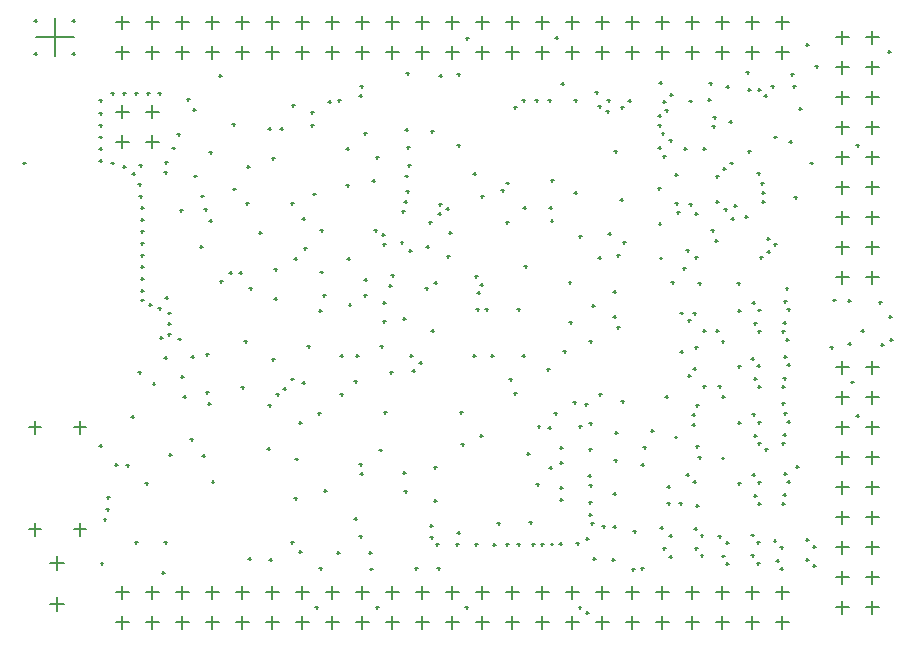
<source format=gbr>
%TF.GenerationSoftware,Altium Limited,Altium Designer,23.9.2 (47)*%
G04 Layer_Color=128*
%FSLAX45Y45*%
%MOMM*%
%TF.SameCoordinates,F1AFF133-CB08-443C-B5AD-2193434A7FAF*%
%TF.FilePolarity,Positive*%
%TF.FileFunction,Drillmap*%
%TF.Part,Single*%
G01*
G75*
%TA.AperFunction,NonConductor*%
%ADD675C,0.12700*%
D675*
X8327000Y317500D02*
X8437000D01*
X8382000Y262500D02*
Y372500D01*
X8327000Y571500D02*
X8437000D01*
X8382000Y516500D02*
Y626500D01*
X8073000Y317500D02*
X8183000D01*
X8128000Y262500D02*
Y372500D01*
X8073000Y571500D02*
X8183000D01*
X8128000Y516500D02*
Y626500D01*
X8327000Y825500D02*
X8437000D01*
X8382000Y770500D02*
Y880500D01*
X8327000Y1079500D02*
X8437000D01*
X8382000Y1024500D02*
Y1134500D01*
X8327000Y1333500D02*
X8437000D01*
X8382000Y1278500D02*
Y1388500D01*
X8327000Y1587500D02*
X8437000D01*
X8382000Y1532500D02*
Y1642500D01*
X8327000Y1841500D02*
X8437000D01*
X8382000Y1786500D02*
Y1896500D01*
X8327000Y2095500D02*
X8437000D01*
X8382000Y2040500D02*
Y2150500D01*
X8327000Y2349500D02*
X8437000D01*
X8382000Y2294500D02*
Y2404500D01*
X8073000Y825500D02*
X8183000D01*
X8128000Y770500D02*
Y880500D01*
X8073000Y1079500D02*
X8183000D01*
X8128000Y1024500D02*
Y1134500D01*
X8073000Y1333500D02*
X8183000D01*
X8128000Y1278500D02*
Y1388500D01*
X8073000Y1587500D02*
X8183000D01*
X8128000Y1532500D02*
Y1642500D01*
X8073000Y1841500D02*
X8183000D01*
X8128000Y1786500D02*
Y1896500D01*
X8073000Y2095500D02*
X8183000D01*
X8128000Y2040500D02*
Y2150500D01*
X8073000Y2349500D02*
X8183000D01*
X8128000Y2294500D02*
Y2404500D01*
X8327000Y3111500D02*
X8437000D01*
X8382000Y3056500D02*
Y3166500D01*
X8327000Y3365500D02*
X8437000D01*
X8382000Y3310500D02*
Y3420500D01*
X8073000Y3111500D02*
X8183000D01*
X8128000Y3056500D02*
Y3166500D01*
X8073000Y3365500D02*
X8183000D01*
X8128000Y3310500D02*
Y3420500D01*
X8327000Y3619500D02*
X8437000D01*
X8382000Y3564500D02*
Y3674500D01*
X8327000Y3873500D02*
X8437000D01*
X8382000Y3818500D02*
Y3928500D01*
X8327000Y4127500D02*
X8437000D01*
X8382000Y4072500D02*
Y4182500D01*
X8327000Y4381500D02*
X8437000D01*
X8382000Y4326500D02*
Y4436500D01*
X8327000Y4635500D02*
X8437000D01*
X8382000Y4580500D02*
Y4690500D01*
X8327000Y4889500D02*
X8437000D01*
X8382000Y4834500D02*
Y4944500D01*
X8327000Y5143500D02*
X8437000D01*
X8382000Y5088500D02*
Y5198500D01*
X8073000Y3619500D02*
X8183000D01*
X8128000Y3564500D02*
Y3674500D01*
X8073000Y3873500D02*
X8183000D01*
X8128000Y3818500D02*
Y3928500D01*
X8073000Y4127500D02*
X8183000D01*
X8128000Y4072500D02*
Y4182500D01*
X8073000Y4381500D02*
X8183000D01*
X8128000Y4326500D02*
Y4436500D01*
X8073000Y4635500D02*
X8183000D01*
X8128000Y4580500D02*
Y4690500D01*
X8073000Y4889500D02*
X8183000D01*
X8128000Y4834500D02*
Y4944500D01*
X8073000Y5143500D02*
X8183000D01*
X8128000Y5088500D02*
Y5198500D01*
X1977000Y190500D02*
X2087000D01*
X2032000Y135500D02*
Y245500D01*
X2231000Y190500D02*
X2341000D01*
X2286000Y135500D02*
Y245500D01*
X2485000Y190500D02*
X2595000D01*
X2540000Y135500D02*
Y245500D01*
X2739000Y190500D02*
X2849000D01*
X2794000Y135500D02*
Y245500D01*
X2993000Y190500D02*
X3103000D01*
X3048000Y135500D02*
Y245500D01*
X3247000Y190500D02*
X3357000D01*
X3302000Y135500D02*
Y245500D01*
X3501000Y190500D02*
X3611000D01*
X3556000Y135500D02*
Y245500D01*
X3755000Y190500D02*
X3865000D01*
X3810000Y135500D02*
Y245500D01*
X4009000Y190500D02*
X4119000D01*
X4064000Y135500D02*
Y245500D01*
X4263000Y190500D02*
X4373000D01*
X4318000Y135500D02*
Y245500D01*
X4517000Y190500D02*
X4627000D01*
X4572000Y135500D02*
Y245500D01*
X4771000Y190500D02*
X4881000D01*
X4826000Y135500D02*
Y245500D01*
X5025000Y190500D02*
X5135000D01*
X5080000Y135500D02*
Y245500D01*
X5279000Y190500D02*
X5389000D01*
X5334000Y135500D02*
Y245500D01*
X5533000Y190500D02*
X5643000D01*
X5588000Y135500D02*
Y245500D01*
X5787000Y190500D02*
X5897000D01*
X5842000Y135500D02*
Y245500D01*
X6041000Y190500D02*
X6151000D01*
X6096000Y135500D02*
Y245500D01*
X6295000Y190500D02*
X6405000D01*
X6350000Y135500D02*
Y245500D01*
X6549000Y190500D02*
X6659000D01*
X6604000Y135500D02*
Y245500D01*
X6803000Y190500D02*
X6913000D01*
X6858000Y135500D02*
Y245500D01*
X7057000Y190500D02*
X7167000D01*
X7112000Y135500D02*
Y245500D01*
X7311000Y190500D02*
X7421000D01*
X7366000Y135500D02*
Y245500D01*
X7565000Y190500D02*
X7675000D01*
X7620000Y135500D02*
Y245500D01*
X1977000Y444500D02*
X2087000D01*
X2032000Y389500D02*
Y499500D01*
X2231000Y444500D02*
X2341000D01*
X2286000Y389500D02*
Y499500D01*
X2485000Y444500D02*
X2595000D01*
X2540000Y389500D02*
Y499500D01*
X2739000Y444500D02*
X2849000D01*
X2794000Y389500D02*
Y499500D01*
X2993000Y444500D02*
X3103000D01*
X3048000Y389500D02*
Y499500D01*
X3247000Y444500D02*
X3357000D01*
X3302000Y389500D02*
Y499500D01*
X3501000Y444500D02*
X3611000D01*
X3556000Y389500D02*
Y499500D01*
X3755000Y444500D02*
X3865000D01*
X3810000Y389500D02*
Y499500D01*
X4009000Y444500D02*
X4119000D01*
X4064000Y389500D02*
Y499500D01*
X4263000Y444500D02*
X4373000D01*
X4318000Y389500D02*
Y499500D01*
X4517000Y444500D02*
X4627000D01*
X4572000Y389500D02*
Y499500D01*
X4771000Y444500D02*
X4881000D01*
X4826000Y389500D02*
Y499500D01*
X5025000Y444500D02*
X5135000D01*
X5080000Y389500D02*
Y499500D01*
X5279000Y444500D02*
X5389000D01*
X5334000Y389500D02*
Y499500D01*
X5533000Y444500D02*
X5643000D01*
X5588000Y389500D02*
Y499500D01*
X5787000Y444500D02*
X5897000D01*
X5842000Y389500D02*
Y499500D01*
X6041000Y444500D02*
X6151000D01*
X6096000Y389500D02*
Y499500D01*
X6295000Y444500D02*
X6405000D01*
X6350000Y389500D02*
Y499500D01*
X6549000Y444500D02*
X6659000D01*
X6604000Y389500D02*
Y499500D01*
X6803000Y444500D02*
X6913000D01*
X6858000Y389500D02*
Y499500D01*
X7057000Y444500D02*
X7167000D01*
X7112000Y389500D02*
Y499500D01*
X7311000Y444500D02*
X7421000D01*
X7366000Y389500D02*
Y499500D01*
X7565000Y444500D02*
X7675000D01*
X7620000Y389500D02*
Y499500D01*
X1977000Y5016500D02*
X2087000D01*
X2032000Y4961500D02*
Y5071500D01*
X2231000Y5016500D02*
X2341000D01*
X2286000Y4961500D02*
Y5071500D01*
X2485000Y5016500D02*
X2595000D01*
X2540000Y4961500D02*
Y5071500D01*
X2739000Y5016500D02*
X2849000D01*
X2794000Y4961500D02*
Y5071500D01*
X2993000Y5016500D02*
X3103000D01*
X3048000Y4961500D02*
Y5071500D01*
X3247000Y5016500D02*
X3357000D01*
X3302000Y4961500D02*
Y5071500D01*
X3501000Y5016500D02*
X3611000D01*
X3556000Y4961500D02*
Y5071500D01*
X3755000Y5016500D02*
X3865000D01*
X3810000Y4961500D02*
Y5071500D01*
X4009000Y5016500D02*
X4119000D01*
X4064000Y4961500D02*
Y5071500D01*
X4263000Y5016500D02*
X4373000D01*
X4318000Y4961500D02*
Y5071500D01*
X4517000Y5016500D02*
X4627000D01*
X4572000Y4961500D02*
Y5071500D01*
X4771000Y5016500D02*
X4881000D01*
X4826000Y4961500D02*
Y5071500D01*
X5025000Y5016500D02*
X5135000D01*
X5080000Y4961500D02*
Y5071500D01*
X5279000Y5016500D02*
X5389000D01*
X5334000Y4961500D02*
Y5071500D01*
X5533000Y5016500D02*
X5643000D01*
X5588000Y4961500D02*
Y5071500D01*
X5787000Y5016500D02*
X5897000D01*
X5842000Y4961500D02*
Y5071500D01*
X6041000Y5016500D02*
X6151000D01*
X6096000Y4961500D02*
Y5071500D01*
X6295000Y5016500D02*
X6405000D01*
X6350000Y4961500D02*
Y5071500D01*
X6549000Y5016500D02*
X6659000D01*
X6604000Y4961500D02*
Y5071500D01*
X6803000Y5016500D02*
X6913000D01*
X6858000Y4961500D02*
Y5071500D01*
X7057000Y5016500D02*
X7167000D01*
X7112000Y4961500D02*
Y5071500D01*
X7311000Y5016500D02*
X7421000D01*
X7366000Y4961500D02*
Y5071500D01*
X7565000Y5016500D02*
X7675000D01*
X7620000Y4961500D02*
Y5071500D01*
X1977000Y5270500D02*
X2087000D01*
X2032000Y5215500D02*
Y5325500D01*
X2231000Y5270500D02*
X2341000D01*
X2286000Y5215500D02*
Y5325500D01*
X2485000Y5270500D02*
X2595000D01*
X2540000Y5215500D02*
Y5325500D01*
X2739000Y5270500D02*
X2849000D01*
X2794000Y5215500D02*
Y5325500D01*
X2993000Y5270500D02*
X3103000D01*
X3048000Y5215500D02*
Y5325500D01*
X3247000Y5270500D02*
X3357000D01*
X3302000Y5215500D02*
Y5325500D01*
X3501000Y5270500D02*
X3611000D01*
X3556000Y5215500D02*
Y5325500D01*
X3755000Y5270500D02*
X3865000D01*
X3810000Y5215500D02*
Y5325500D01*
X4009000Y5270500D02*
X4119000D01*
X4064000Y5215500D02*
Y5325500D01*
X4263000Y5270500D02*
X4373000D01*
X4318000Y5215500D02*
Y5325500D01*
X4517000Y5270500D02*
X4627000D01*
X4572000Y5215500D02*
Y5325500D01*
X4771000Y5270500D02*
X4881000D01*
X4826000Y5215500D02*
Y5325500D01*
X5025000Y5270500D02*
X5135000D01*
X5080000Y5215500D02*
Y5325500D01*
X5279000Y5270500D02*
X5389000D01*
X5334000Y5215500D02*
Y5325500D01*
X5533000Y5270500D02*
X5643000D01*
X5588000Y5215500D02*
Y5325500D01*
X5787000Y5270500D02*
X5897000D01*
X5842000Y5215500D02*
Y5325500D01*
X6041000Y5270500D02*
X6151000D01*
X6096000Y5215500D02*
Y5325500D01*
X6295000Y5270500D02*
X6405000D01*
X6350000Y5215500D02*
Y5325500D01*
X6549000Y5270500D02*
X6659000D01*
X6604000Y5215500D02*
Y5325500D01*
X6803000Y5270500D02*
X6913000D01*
X6858000Y5215500D02*
Y5325500D01*
X7057000Y5270500D02*
X7167000D01*
X7112000Y5215500D02*
Y5325500D01*
X7311000Y5270500D02*
X7421000D01*
X7366000Y5215500D02*
Y5325500D01*
X7565000Y5270500D02*
X7675000D01*
X7620000Y5215500D02*
Y5325500D01*
X2231000Y4512400D02*
X2341000D01*
X2286000Y4457400D02*
Y4567400D01*
X2231000Y4258400D02*
X2341000D01*
X2286000Y4203400D02*
Y4313400D01*
X1977000Y4512400D02*
X2087000D01*
X2032000Y4457400D02*
Y4567400D01*
X1977000Y4258400D02*
X2087000D01*
X2032000Y4203400D02*
Y4313400D01*
X1619500Y978000D02*
X1724500D01*
X1672000Y925500D02*
Y1030500D01*
X1239500Y978000D02*
X1344500D01*
X1292000Y925500D02*
Y1030500D01*
X1619500Y1842000D02*
X1724500D01*
X1672000Y1789500D02*
Y1894500D01*
X1239500Y1842000D02*
X1344500D01*
X1292000Y1789500D02*
Y1894500D01*
X1300500Y5143500D02*
X1620500D01*
X1460500Y4983500D02*
Y5303500D01*
X1420000Y345000D02*
X1540000D01*
X1480000Y285000D02*
Y405000D01*
X1420000Y695000D02*
X1540000D01*
X1480000Y635000D02*
Y755000D01*
X6832499Y4605000D02*
X6857499D01*
X6844999Y4592500D02*
Y4617500D01*
X3487500Y1240000D02*
X3512500D01*
X3500000Y1227500D02*
Y1252500D01*
X4667500Y1220000D02*
X4692500D01*
X4680000Y1207500D02*
Y1232500D01*
X2337500Y2850000D02*
X2362500D01*
X2350000Y2837500D02*
Y2862500D01*
X2507500Y2590000D02*
X2532500D01*
X2520000Y2577500D02*
Y2602500D01*
X2417500Y2630000D02*
X2442500D01*
X2430000Y2617500D02*
Y2642500D01*
X2417500Y2720000D02*
X2442500D01*
X2430000Y2707500D02*
Y2732500D01*
X2397500Y2940000D02*
X2422500D01*
X2410000Y2927500D02*
Y2952500D01*
X6187500Y2990000D02*
X6212500D01*
X6200000Y2977500D02*
Y3002500D01*
X6187500Y2780000D02*
X6212500D01*
X6200000Y2767500D02*
Y2792500D01*
X5897500Y3460000D02*
X5922500D01*
X5910000Y3447500D02*
Y3472500D01*
X6217500Y3300000D02*
X6242500D01*
X6230000Y3287500D02*
Y3312500D01*
X6007500Y2870000D02*
X6032500D01*
X6020000Y2857500D02*
Y2882500D01*
X5817500Y2730000D02*
X5842500D01*
X5830000Y2717500D02*
Y2742500D01*
X6062915Y3277763D02*
X6087915D01*
X6075415Y3265263D02*
Y3290263D01*
X5857500Y3830000D02*
X5882500D01*
X5870000Y3817500D02*
Y3842500D01*
X6247500Y3770000D02*
X6272500D01*
X6260000Y3757500D02*
Y3782500D01*
X6607500Y4135000D02*
X6632500D01*
X6620000Y4122500D02*
Y4147500D01*
X6786617Y4199151D02*
X6811617D01*
X6799117Y4186651D02*
Y4211650D01*
X5277500Y3580000D02*
X5302500D01*
X5290000Y3567500D02*
Y3592500D01*
X5657500Y3590000D02*
X5682500D01*
X5670000Y3577500D02*
Y3602500D01*
X5647500Y3700000D02*
X5672500D01*
X5660000Y3687500D02*
Y3712500D01*
X6147500Y3480000D02*
X6172500D01*
X6160000Y3467500D02*
Y3492500D01*
X5660000Y3935000D02*
X5685000D01*
X5672500Y3922500D02*
Y3947500D01*
X5427500Y3700000D02*
X5452500D01*
X5440000Y3687500D02*
Y3712500D01*
X5239833Y3849767D02*
X5264833D01*
X5252333Y3837267D02*
Y3862267D01*
X5067500Y3800000D02*
X5092500D01*
X5080000Y3787500D02*
Y3812500D01*
X5537500Y1360000D02*
X5562500D01*
X5550000Y1347500D02*
Y1372500D01*
X3317500Y3180000D02*
X3342500D01*
X3330000Y3167500D02*
Y3192500D01*
X3187500Y3490000D02*
X3212500D01*
X3200000Y3477500D02*
Y3502500D01*
X3020678Y3151706D02*
X3045678D01*
X3033178Y3139206D02*
Y3164206D01*
X6197500Y4180000D02*
X6222500D01*
X6210000Y4167500D02*
Y4192500D01*
X1288000Y5283500D02*
X1313000D01*
X1300500Y5271000D02*
Y5296000D01*
X1288000Y5003500D02*
X1313000D01*
X1300500Y4991000D02*
Y5016000D01*
X1608000Y5003500D02*
X1633000D01*
X1620500Y4991000D02*
Y5016000D01*
X1608000Y5283500D02*
X1633000D01*
X1620500Y5271000D02*
Y5296000D01*
X3457500Y870000D02*
X3482500D01*
X3470000Y857500D02*
Y882500D01*
X3737932Y1306337D02*
X3762932D01*
X3750432Y1293837D02*
Y1318837D01*
X6856514Y1862609D02*
X6881514D01*
X6869014Y1850110D02*
Y1875109D01*
X6505297Y1814703D02*
X6530297D01*
X6517797Y1802203D02*
Y1827203D01*
X6187366Y1000972D02*
X6212366D01*
X6199866Y988472D02*
Y1013472D01*
X6096603Y1006144D02*
X6121603D01*
X6109103Y993644D02*
Y1018643D01*
X6067500Y2120000D02*
X6092500D01*
X6080000Y2107500D02*
Y2132500D01*
X6425796Y1525486D02*
X6450795D01*
X6438295Y1512986D02*
Y1537985D01*
X5897500Y1850000D02*
X5922500D01*
X5910000Y1837500D02*
Y1862500D01*
X5547500Y1850000D02*
X5572500D01*
X5560000Y1837500D02*
Y1862500D01*
X5637500Y1840000D02*
X5662500D01*
X5650000Y1827500D02*
Y1852500D01*
X6017500Y730000D02*
X6042500D01*
X6030000Y717500D02*
Y742500D01*
X6177500Y722500D02*
X6202500D01*
X6190000Y710000D02*
Y735000D01*
X5978147Y1431763D02*
X6003147D01*
X5990647Y1419263D02*
Y1444263D01*
X5986267Y1352460D02*
X6011267D01*
X5998767Y1339960D02*
Y1364959D01*
X6256105Y2061571D02*
X6281105D01*
X6268605Y2049072D02*
Y2074071D01*
X6200890Y1796625D02*
X6225890D01*
X6213390Y1784125D02*
Y1809124D01*
X5982191Y1205648D02*
X6007191D01*
X5994691Y1193148D02*
Y1218148D01*
X5982500Y1655430D02*
X6007500D01*
X5995000Y1642930D02*
Y1667929D01*
X5957500Y900000D02*
X5982500D01*
X5970000Y887500D02*
Y912500D01*
X5997518Y1029913D02*
X6022517D01*
X6010017Y1017413D02*
Y1042413D01*
X5982478Y1103390D02*
X6007478D01*
X5994978Y1090890D02*
Y1115890D01*
X6189045Y1278754D02*
X6214044D01*
X6201545Y1266255D02*
Y1291254D01*
X6357500Y960000D02*
X6382500D01*
X6370000Y947500D02*
Y972500D01*
X5955133Y272699D02*
X5980133D01*
X5967633Y260199D02*
Y285199D01*
X5894940Y317440D02*
X5919939D01*
X5907440Y304940D02*
Y329939D01*
X6422885Y647909D02*
X6447885D01*
X6435385Y635409D02*
Y660409D01*
X6347500Y640000D02*
X6372500D01*
X6360000Y627500D02*
Y652500D01*
X5877500Y859213D02*
X5902500D01*
X5890000Y846714D02*
Y871713D01*
X6195614Y1563868D02*
X6220614D01*
X6208114Y1551368D02*
Y1576367D01*
X5985675Y1875000D02*
X6010674D01*
X5998174Y1862500D02*
Y1887500D01*
X5732500Y855000D02*
X5757500D01*
X5745000Y842500D02*
Y867499D01*
X5657506Y854056D02*
X5682506D01*
X5670006Y841557D02*
Y866556D01*
X5478677Y1038661D02*
X5503677D01*
X5491177Y1026161D02*
Y1051161D01*
X5577202Y850942D02*
X5602202D01*
X5589702Y838443D02*
Y863442D01*
X5497020Y852861D02*
X5522020D01*
X5509520Y840361D02*
Y865361D01*
X5377500Y850000D02*
X5402500D01*
X5390000Y837500D02*
Y862500D01*
X5207500Y1030000D02*
X5232500D01*
X5220000Y1017500D02*
Y1042500D01*
X5166839Y848294D02*
X5191838D01*
X5179338Y835795D02*
Y860794D01*
X5852080Y2053954D02*
X5877080D01*
X5864580Y2041455D02*
Y2066454D01*
X5947500Y2038584D02*
X5972500D01*
X5960000Y2026084D02*
Y2051084D01*
X7107500Y2100000D02*
X7132500D01*
X7120000Y2087500D02*
Y2112500D01*
X7077500Y2190000D02*
X7102500D01*
X7090000Y2177500D02*
Y2202500D01*
X6947500Y2190000D02*
X6972500D01*
X6960000Y2177500D02*
Y2202500D01*
X6947500Y2660000D02*
X6972500D01*
X6960000Y2647500D02*
Y2672500D01*
X7057500Y2660000D02*
X7082500D01*
X7070000Y2647500D02*
Y2672500D01*
X6907500Y3060000D02*
X6932500D01*
X6920000Y3047500D02*
Y3072500D01*
X3857500Y4612500D02*
X3882500D01*
X3870000Y4600000D02*
Y4625000D01*
X4427500Y4360000D02*
X4452500D01*
X4440000Y4347500D02*
Y4372500D01*
X4670247Y1503402D02*
X4695247D01*
X4682747Y1490903D02*
Y1515902D01*
X7366277Y2898539D02*
X7391277D01*
X7378777Y2886039D02*
Y2911039D01*
X7367569Y1441414D02*
X7392569D01*
X7380069Y1428915D02*
Y1453914D01*
X7364672Y1951459D02*
X7389672D01*
X7377172Y1938960D02*
Y1963959D01*
X7411890Y1885414D02*
X7436890D01*
X7424390Y1872914D02*
Y1897913D01*
X6060313Y4562155D02*
X6085313D01*
X6072813Y4549655D02*
Y4574655D01*
X6129904Y4518397D02*
X6154903D01*
X6142404Y4505898D02*
Y4530897D01*
X6037500Y4680000D02*
X6062500D01*
X6050000Y4667500D02*
Y4692500D01*
X6577500Y4757500D02*
X6602500D01*
X6590000Y4745000D02*
Y4770000D01*
X6647500Y1200000D02*
X6672500D01*
X6660000Y1187500D02*
Y1212500D01*
X6647500Y1340000D02*
X6672500D01*
X6660000Y1327500D02*
Y1352500D01*
X5690823Y1959998D02*
X5715822D01*
X5703323Y1947498D02*
Y1972498D01*
X6708882Y3978618D02*
X6733882D01*
X6721382Y3966118D02*
Y3991117D01*
X6563980Y3867338D02*
X6588980D01*
X6576480Y3854838D02*
Y3879838D01*
X6571988Y3564515D02*
X6596988D01*
X6584488Y3552015D02*
Y3577015D01*
X6887500Y1180000D02*
X6912500D01*
X6900000Y1167500D02*
Y1192500D01*
X7631469Y1449224D02*
X7656468D01*
X7643968Y1436724D02*
Y1461724D01*
X7613705Y2047500D02*
X7638705D01*
X7626205Y2035000D02*
Y2060000D01*
X7616393Y2185388D02*
X7641393D01*
X7628893Y2172888D02*
Y2197887D01*
X7650779Y2583984D02*
X7675778D01*
X7663279Y2571484D02*
Y2596484D01*
X7661036Y2370298D02*
X7686036D01*
X7673536Y2357798D02*
Y2382798D01*
X7631469Y2439223D02*
X7656468D01*
X7643968Y2426724D02*
Y2451723D01*
X7647500Y3020000D02*
X7672500D01*
X7660000Y3007500D02*
Y3032500D01*
X7472612Y1656801D02*
X7497612D01*
X7485112Y1644302D02*
Y1669301D01*
X7377909Y1772427D02*
X7402909D01*
X7390409Y1759927D02*
Y1784927D01*
X7412623Y1705944D02*
X7437622D01*
X7425123Y1693444D02*
Y1718444D01*
X6747500Y1200000D02*
X6772500D01*
X6760000Y1187500D02*
Y1212500D01*
X4228081Y3471270D02*
X4253081D01*
X4240581Y3458771D02*
Y3483770D01*
X4165318Y3512327D02*
X4190317D01*
X4177817Y3499827D02*
Y3524827D01*
X4237500Y3390000D02*
X4262500D01*
X4250000Y3377500D02*
Y3402500D01*
X6580629Y3275707D02*
X6605629D01*
X6593129Y3263207D02*
Y3288207D01*
X4047500Y4730000D02*
X4072500D01*
X4060000Y4717500D02*
Y4742500D01*
X4037500Y4650000D02*
X4062500D01*
X4050000Y4637500D02*
Y4662500D01*
X3777500Y4600000D02*
X3802500D01*
X3790000Y4587500D02*
Y4612500D01*
X4637500Y910000D02*
X4662500D01*
X4650000Y897500D02*
Y922500D01*
X4687500Y850000D02*
X4712500D01*
X4700000Y837500D02*
Y862500D01*
X4869730Y950913D02*
X4894730D01*
X4882230Y938413D02*
Y963413D01*
X4713406Y3732344D02*
X4738405D01*
X4725905Y3719844D02*
Y3744844D01*
X4776195Y3691326D02*
X4801195D01*
X4788695Y3678826D02*
Y3703826D01*
X3567500Y3360000D02*
X3592500D01*
X3580000Y3347500D02*
Y3372500D01*
X3627500Y4400000D02*
X3652500D01*
X3640000Y4387500D02*
Y4412500D01*
X8437500Y2900000D02*
X8462500D01*
X8450000Y2887500D02*
Y2912500D01*
X4887500Y1970000D02*
X4912500D01*
X4900000Y1957500D02*
Y1982500D01*
X2967500Y3860000D02*
X2992500D01*
X2980000Y3847500D02*
Y3872500D01*
X2627500Y4532833D02*
X2652500D01*
X2640000Y4520333D02*
Y4545333D01*
X6253122Y4553521D02*
X6278122D01*
X6265622Y4541022D02*
Y4566021D01*
X4387500Y3410000D02*
X4412500D01*
X4400000Y3397500D02*
Y3422500D01*
X4457647Y3335306D02*
X4482646D01*
X4470147Y3322806D02*
Y3347806D01*
X7147237Y4723983D02*
X7172237D01*
X7159737Y4711484D02*
Y4736483D01*
X7003027Y4754889D02*
X7028027D01*
X7015527Y4742389D02*
Y4767389D01*
X7036636Y4466648D02*
X7061635D01*
X7049136Y4454148D02*
Y4479148D01*
X7028626Y4389700D02*
X7053625D01*
X7041126Y4377201D02*
Y4402200D01*
X7527500Y4730000D02*
X7552500D01*
X7540000Y4717500D02*
Y4742500D01*
X7690000Y4830000D02*
X7715000D01*
X7702500Y4817500D02*
Y4842500D01*
X3527500Y1880000D02*
X3552500D01*
X3540000Y1867500D02*
Y1892500D01*
X5457500Y1620000D02*
X5482500D01*
X5470000Y1607500D02*
Y1632500D01*
X7660330Y1890000D02*
X7685330D01*
X7672830Y1877500D02*
Y1902500D01*
X7723277Y3790405D02*
X7748277D01*
X7735777Y3777905D02*
Y3802905D01*
X5307500Y2250000D02*
X5332500D01*
X5320000Y2237500D02*
Y2262500D01*
X4997500Y2450000D02*
X5022500D01*
X5010000Y2437500D02*
Y2462500D01*
X3457500Y3739832D02*
X3482500D01*
X3470000Y3727333D02*
Y3752332D01*
X2455299Y4206829D02*
X2480298D01*
X2467798Y4194329D02*
Y4219328D01*
X6865125Y2338752D02*
X6890125D01*
X6877625Y2326252D02*
Y2351252D01*
X6217500Y2690000D02*
X6242500D01*
X6230000Y2677500D02*
Y2702500D01*
X3646360Y3817500D02*
X3671360D01*
X3658860Y3805000D02*
Y3830000D01*
X5027500Y2840000D02*
X5052500D01*
X5040000Y2827500D02*
Y2852500D01*
X4407500Y2760000D02*
X4432500D01*
X4420000Y2747500D02*
Y2772500D01*
X4625754Y3580186D02*
X4650753D01*
X4638253Y3567686D02*
Y3592686D01*
X6678250Y3072093D02*
X6703249D01*
X6690750Y3059593D02*
Y3084593D01*
X2495730Y4322875D02*
X2520730D01*
X2508230Y4310375D02*
Y4335375D01*
X5737500Y1670000D02*
X5762500D01*
X5750000Y1657500D02*
Y1682500D01*
X5735173Y1541987D02*
X5760172D01*
X5747673Y1529487D02*
Y1554487D01*
X5767500Y2486550D02*
X5792500D01*
X5780000Y2474050D02*
Y2499050D01*
X4487500Y2320000D02*
X4512500D01*
X4500000Y2307500D02*
Y2332500D01*
X4903075Y1699320D02*
X4928075D01*
X4915575Y1686821D02*
Y1711820D01*
X1873252Y1064249D02*
X1898251D01*
X1885752Y1051749D02*
Y1076748D01*
X1897500Y1150000D02*
X1922500D01*
X1910000Y1137500D02*
Y1162500D01*
X5004932Y3989517D02*
X5029932D01*
X5017432Y3977017D02*
Y4002016D01*
X7735000Y1508948D02*
X7760000D01*
X7747500Y1496448D02*
Y1521448D01*
X7616393Y1705388D02*
X7641393D01*
X7628893Y1692888D02*
Y1717888D01*
X1835387Y1685174D02*
X1860386D01*
X1847887Y1672674D02*
Y1697674D01*
X3497107Y1573840D02*
X3522106D01*
X3509606Y1561340D02*
Y1586340D01*
X4636505Y1010000D02*
X4661505D01*
X4649005Y997500D02*
Y1022500D01*
X7411900Y4699156D02*
X7436900D01*
X7424400Y4686657D02*
Y4711656D01*
X7315819Y4846500D02*
X7340819D01*
X7328319Y4834000D02*
Y4859000D01*
X7327500Y4700000D02*
X7352500D01*
X7340000Y4687500D02*
Y4712500D01*
X5810116Y3070065D02*
X5835116D01*
X5822616Y3057565D02*
Y3082565D01*
X6442005Y1671541D02*
X6467005D01*
X6454505Y1659042D02*
Y1684041D01*
X2427500Y1610000D02*
X2452500D01*
X2440000Y1597500D02*
Y1622500D01*
X2167500Y2310000D02*
X2192500D01*
X2180000Y2297500D02*
Y2322500D01*
X7406179Y2365207D02*
X7431178D01*
X7418679Y2352707D02*
Y2377706D01*
X7355941Y2420895D02*
X7380941D01*
X7368441Y2408395D02*
Y2433395D01*
X6315443Y4608869D02*
X6340443D01*
X6327943Y4596369D02*
Y4621368D01*
X7047500Y3420000D02*
X7072500D01*
X7060000Y3407500D02*
Y3432500D01*
X7017500Y3510000D02*
X7042500D01*
X7030000Y3497500D02*
Y3522500D01*
X6877500Y3650000D02*
X6902500D01*
X6890000Y3637500D02*
Y3662500D01*
X7493234Y3328738D02*
X7518234D01*
X7505734Y3316238D02*
Y3341238D01*
X6713794Y3740410D02*
X6738793D01*
X6726293Y3727911D02*
Y3752910D01*
X7437500Y3910000D02*
X7462500D01*
X7450000Y3897500D02*
Y3922500D01*
X7447543Y3830000D02*
X7472543D01*
X7460043Y3817500D02*
Y3842500D01*
X7447500Y3750000D02*
X7472500D01*
X7460000Y3737500D02*
Y3762500D01*
X7301583Y3623987D02*
X7326582D01*
X7314082Y3611487D02*
Y3636487D01*
X7055666Y3969168D02*
X7080666D01*
X7068166Y3956668D02*
Y3981668D01*
X7207500Y3720000D02*
X7232500D01*
X7220000Y3707500D02*
Y3732500D01*
X7187500Y3610000D02*
X7212500D01*
X7200000Y3597500D02*
Y3622500D01*
X7406258Y3994981D02*
X7431258D01*
X7418758Y3982481D02*
Y4007481D01*
X7857500Y4080000D02*
X7882500D01*
X7870000Y4067500D02*
Y4092500D01*
X8512322Y5021488D02*
X8537322D01*
X8524822Y5008988D02*
Y5033988D01*
X7127500Y3690000D02*
X7152500D01*
X7140000Y3677500D02*
Y3702500D01*
X8455129Y2543086D02*
X8480129D01*
X8467629Y2530586D02*
Y2555586D01*
X7547500Y3390000D02*
X7572500D01*
X7560000Y3377500D02*
Y3402500D01*
X8047500Y2920000D02*
X8072500D01*
X8060000Y2907500D02*
Y2932500D01*
X8288541Y2657970D02*
X8313540D01*
X8301041Y2645470D02*
Y2670470D01*
X7487500Y3440000D02*
X7512500D01*
X7500000Y3427500D02*
Y3452500D01*
X7631468Y2909224D02*
X7656468D01*
X7643968Y2896724D02*
Y2921723D01*
X7661036Y2840298D02*
X7686035D01*
X7673536Y2827798D02*
Y2852798D01*
X8179320Y2549928D02*
X8204320D01*
X8191820Y2537428D02*
Y2562428D01*
X8026842Y2519342D02*
X8051841D01*
X8039342Y2506842D02*
Y2531842D01*
X8529936Y2581621D02*
X8554936D01*
X8542436Y2569122D02*
Y2594121D01*
X6877500Y3280000D02*
X6902500D01*
X6890000Y3267500D02*
Y3292500D01*
X7427500Y3280000D02*
X7452500D01*
X7440000Y3267500D02*
Y3292500D01*
X6831192Y3732214D02*
X6856192D01*
X6843692Y3719714D02*
Y3744714D01*
X7117500Y4030000D02*
X7142500D01*
X7130000Y4017500D02*
Y4042500D01*
X7177500Y4080000D02*
X7202500D01*
X7190000Y4067500D02*
Y4092500D01*
X7055933Y3750256D02*
X7080932D01*
X7068432Y3737756D02*
Y3762756D01*
X6267500Y3410000D02*
X6292500D01*
X6280000Y3397500D02*
Y3422500D01*
X6726105Y3663204D02*
X6751105D01*
X6738605Y3650704D02*
Y3675704D01*
X6807500Y3340000D02*
X6832500D01*
X6820000Y3327500D02*
Y3352500D01*
X6777500Y3190000D02*
X6802500D01*
X6790000Y3177500D02*
Y3202500D01*
X7678819Y4259599D02*
X7703818D01*
X7691319Y4247099D02*
Y4272099D01*
X7412622Y2655943D02*
X7437622D01*
X7425122Y2643444D02*
Y2668443D01*
X7616393Y2655388D02*
X7641393D01*
X7628893Y2642888D02*
Y2667887D01*
X8198073Y2225834D02*
X8223073D01*
X8210573Y2213334D02*
Y2238334D01*
X8247500Y1940000D02*
X8272500D01*
X8260000Y1927500D02*
Y1952500D01*
X5737500Y1230000D02*
X5762500D01*
X5750000Y1217500D02*
Y1242500D01*
X5624220Y2335000D02*
X5649220D01*
X5636720Y2322500D02*
Y2347500D01*
X5417500Y2450000D02*
X5442500D01*
X5430000Y2437500D02*
Y2462500D01*
X5435000Y3206821D02*
X5460000D01*
X5447500Y3194321D02*
Y3219321D01*
X3997502Y1070000D02*
X4022502D01*
X4010002Y1057501D02*
Y1082500D01*
X6817882Y2280300D02*
X6842882D01*
X6830382Y2267800D02*
Y2292800D01*
X6627500Y2100000D02*
X6652500D01*
X6640000Y2087500D02*
Y2112500D01*
X6887500Y2029926D02*
X6912499D01*
X6899999Y2017426D02*
Y2042426D01*
X6857500Y1950000D02*
X6882500D01*
X6870000Y1937500D02*
Y1962500D01*
X6587684Y990000D02*
X6612684D01*
X6600184Y977500D02*
Y1002500D01*
X6570000Y4400000D02*
X6595000D01*
X6582500Y4387500D02*
Y4412500D01*
X6570000Y4210000D02*
X6595000D01*
X6582500Y4197500D02*
Y4222500D01*
X6570000Y4480000D02*
X6595000D01*
X6582500Y4467500D02*
Y4492500D01*
X5857500Y4610000D02*
X5882500D01*
X5870000Y4597500D02*
Y4622500D01*
X6137500Y4610000D02*
X6162500D01*
X6150000Y4597500D02*
Y4622500D01*
X6707500Y1760000D02*
X6732500D01*
X6720000Y1747500D02*
Y1772500D01*
X5737500Y1330000D02*
X5762500D01*
X5750000Y1317500D02*
Y1342500D01*
X5647500Y1500000D02*
X5672500D01*
X5660000Y1487500D02*
Y1512500D01*
X6877500Y2520500D02*
X6902499D01*
X6889999Y2508000D02*
Y2533000D01*
X7237500Y3060000D02*
X7262500D01*
X7250000Y3047500D02*
Y3072500D01*
X6597500Y4330000D02*
X6622500D01*
X6610000Y4317500D02*
Y4342500D01*
X7547500Y4300000D02*
X7572500D01*
X7560000Y4287500D02*
Y4312500D01*
X6757500Y2810000D02*
X6782500D01*
X6770000Y2797500D02*
Y2822500D01*
X7327500Y4180000D02*
X7352500D01*
X7340000Y4167500D02*
Y4192500D01*
X7629090Y2259305D02*
X7654090D01*
X7641590Y2246805D02*
Y2271805D01*
X6907500Y1590000D02*
X6932500D01*
X6920000Y1577500D02*
Y1602500D01*
X7077500Y920000D02*
X7102500D01*
X7090000Y907500D02*
Y932500D01*
X6607500Y820000D02*
X6632500D01*
X6620000Y807500D02*
Y832500D01*
X8247500Y4230000D02*
X8272500D01*
X8260000Y4217500D02*
Y4242500D01*
X5987500Y2570002D02*
X6012500D01*
X6000000Y2557503D02*
Y2582502D01*
X4857500Y850000D02*
X4882500D01*
X4870000Y837500D02*
Y862500D01*
X5017500Y850000D02*
X5042500D01*
X5030000Y837500D02*
Y862500D01*
X6947500Y4200000D02*
X6972500D01*
X6960000Y4187500D02*
Y4212500D01*
X7402500Y870298D02*
X7427500D01*
X7415000Y857798D02*
Y882798D01*
X7411890Y1375413D02*
X7436890D01*
X7424390Y1362913D02*
Y1387913D01*
X6874467Y983033D02*
X6899467D01*
X6886967Y970533D02*
Y995532D01*
X6927500Y930000D02*
X6952500D01*
X6940000Y917500D02*
Y942500D01*
X6927500Y760000D02*
X6952500D01*
X6940000Y747500D02*
Y772500D01*
X7405377Y692123D02*
X7430377D01*
X7417877Y679623D02*
Y704623D01*
X7359090Y759305D02*
X7384090D01*
X7371590Y746805D02*
Y771805D01*
X7877500Y670000D02*
X7902500D01*
X7890000Y657500D02*
Y682500D01*
X7819090Y719305D02*
X7844090D01*
X7831590Y706805D02*
Y731805D01*
X7817500Y890000D02*
X7842500D01*
X7830000Y877500D02*
Y902500D01*
X7877500Y830298D02*
X7902500D01*
X7890000Y817798D02*
Y842797D01*
X7357357Y930190D02*
X7382357D01*
X7369857Y917690D02*
Y942690D01*
X2857500Y3080000D02*
X2882500D01*
X2870000Y3067500D02*
Y3092500D01*
X3487500Y3270000D02*
X3512500D01*
X3500000Y3257500D02*
Y3282500D01*
X2937500Y3150000D02*
X2962500D01*
X2950000Y3137500D02*
Y3162500D01*
X3318158Y2930659D02*
X3343158D01*
X3330658Y2918159D02*
Y2943159D01*
X4237500Y2740000D02*
X4262500D01*
X4250000Y2727500D02*
Y2752500D01*
X4647500Y2660000D02*
X4672500D01*
X4660000Y2647500D02*
Y2672500D01*
X5377500Y2840000D02*
X5402500D01*
X5390000Y2827500D02*
Y2852500D01*
X2387500Y2430000D02*
X2412500D01*
X2400000Y2417500D02*
Y2442500D01*
X3527500Y790000D02*
X3552500D01*
X3540000Y777500D02*
Y802500D01*
X6661890Y925413D02*
X6686890D01*
X6674390Y912913D02*
Y937913D01*
X6879090Y819305D02*
X6904090D01*
X6891590Y806805D02*
Y831805D01*
X7142623Y685944D02*
X7167622D01*
X7155123Y673444D02*
Y698443D01*
X7602623Y645943D02*
X7627623D01*
X7615123Y633443D02*
Y658443D01*
X6867500Y1380000D02*
X6892499D01*
X6879999Y1367500D02*
Y1392500D01*
X6807500Y1440000D02*
X6832499D01*
X6820000Y1427500D02*
Y1452500D01*
X6757500Y2480000D02*
X6782500D01*
X6770000Y2467500D02*
Y2492500D01*
X7105663Y1582361D02*
X7130663D01*
X7118163Y1569861D02*
Y1594861D01*
X7105663Y2572361D02*
X7130663D01*
X7118163Y2559861D02*
Y2584860D01*
X7107909Y752426D02*
X7132909D01*
X7120409Y739926D02*
Y764926D01*
X7141890Y865413D02*
X7166890D01*
X7154390Y852913D02*
Y877913D01*
X6662623Y745943D02*
X6687622D01*
X6675123Y733443D02*
Y758443D01*
X7567909Y712426D02*
X7592909D01*
X7580409Y699926D02*
Y724926D01*
X7545941Y880895D02*
X7570941D01*
X7558441Y868395D02*
Y893394D01*
X7601891Y825413D02*
X7626890D01*
X7614390Y812913D02*
Y837912D01*
X7629090Y2729305D02*
X7654089D01*
X7641589Y2716805D02*
Y2741805D01*
X7377909Y2722426D02*
X7402909D01*
X7390409Y2709926D02*
Y2734926D01*
X7411890Y2835413D02*
X7436890D01*
X7424390Y2822913D02*
Y2847913D01*
X7241233Y2830000D02*
X7266233D01*
X7253733Y2817500D02*
Y2842500D01*
X6817882Y2750300D02*
X6842882D01*
X6830382Y2737800D02*
Y2762800D01*
X6865125Y2808752D02*
X6890125D01*
X6877625Y2796252D02*
Y2821252D01*
X7377909Y2252426D02*
X7402909D01*
X7390409Y2239926D02*
Y2264926D01*
X7412623Y2185943D02*
X7437622D01*
X7425123Y2173443D02*
Y2198443D01*
X7241233Y2360000D02*
X7266233D01*
X7253733Y2347500D02*
Y2372500D01*
X7629090Y1779306D02*
X7654090D01*
X7641590Y1766806D02*
Y1791806D01*
X7631469Y1959224D02*
X7656468D01*
X7643968Y1946724D02*
Y1971724D01*
X7616393Y1195388D02*
X7641393D01*
X7628893Y1182888D02*
Y1207888D01*
X7629090Y1269305D02*
X7654090D01*
X7641590Y1256805D02*
Y1281805D01*
X7661036Y1380298D02*
X7686036D01*
X7673536Y1367798D02*
Y1392798D01*
X6887500Y1680000D02*
X6912500D01*
X6900000Y1667500D02*
Y1692500D01*
X7241233Y1880001D02*
X7266233D01*
X7253733Y1867501D02*
Y1892500D01*
X7241233Y1370000D02*
X7266233D01*
X7253733Y1357500D02*
Y1382500D01*
X7377909Y1262426D02*
X7402909D01*
X7390409Y1249926D02*
Y1274926D01*
X7412623Y1195944D02*
X7437622D01*
X7425123Y1183444D02*
Y1208443D01*
X5103760Y2841998D02*
X5128759D01*
X5116260Y2829499D02*
Y2854498D01*
X5152500Y2450000D02*
X5177500D01*
X5165000Y2437500D02*
Y2462500D01*
X4698158Y650658D02*
X4723158D01*
X4710658Y638158D02*
Y663158D01*
X3699676Y646743D02*
X3724676D01*
X3712176Y634243D02*
Y659243D01*
X4127500Y642500D02*
X4152500D01*
X4140000Y630000D02*
Y655000D01*
X4117500Y780000D02*
X4142500D01*
X4130000Y767500D02*
Y792500D01*
X3847500Y780000D02*
X3872500D01*
X3860000Y767500D02*
Y792500D01*
X4037500Y920000D02*
X4062500D01*
X4050000Y907500D02*
Y932500D01*
X2547500Y2100000D02*
X2572500D01*
X2560000Y2087500D02*
Y2112500D01*
X3087500Y4050000D02*
X3112500D01*
X3100000Y4037500D02*
Y4062500D01*
X5061217Y3051151D02*
X5086217D01*
X5073717Y3038651D02*
Y3063651D01*
X5037500Y2980000D02*
X5062500D01*
X5050000Y2967500D02*
Y2992500D01*
X5017500Y3120000D02*
X5042500D01*
X5030000Y3107500D02*
Y3132500D01*
X4777500Y3290000D02*
X4802500D01*
X4790000Y3277500D02*
Y3302500D01*
X3597500Y2530000D02*
X3622500D01*
X3610000Y2517500D02*
Y2542500D01*
X3877500Y2450000D02*
X3902500D01*
X3890000Y2437500D02*
Y2462500D01*
X4007500Y2450000D02*
X4032500D01*
X4020000Y2437500D02*
Y2462500D01*
X4217500Y2530000D02*
X4242500D01*
X4230000Y2517500D02*
Y2542500D01*
X4297500Y2309998D02*
X4322500D01*
X4310000Y2297498D02*
Y2322498D01*
X4597500Y3020000D02*
X4622500D01*
X4610000Y3007500D02*
Y3032500D01*
X4417500Y1300000D02*
X4442500D01*
X4430000Y1287500D02*
Y1312500D01*
X4239247Y2897500D02*
X4264246D01*
X4251747Y2885000D02*
Y2910000D01*
X5283538Y3910717D02*
X5308538D01*
X5296038Y3898218D02*
Y3923217D01*
X4867500Y4230000D02*
X4892500D01*
X4880000Y4217500D02*
Y4242500D01*
X5637502Y4609998D02*
X5662501D01*
X5650001Y4597499D02*
Y4622498D01*
X4642912Y4350000D02*
X4667912D01*
X4655412Y4337500D02*
Y4362500D01*
X4707500Y3650000D02*
X4732500D01*
X4720000Y3637500D02*
Y3662500D01*
X4797500Y3490000D02*
X4822500D01*
X4810000Y3477500D02*
Y3502500D01*
X4672614Y3064220D02*
X4697614D01*
X4685114Y3051720D02*
Y3076720D01*
X4397500Y3670000D02*
X4422500D01*
X4410000Y3657500D02*
Y3682500D01*
X8521171Y2778866D02*
X8546170D01*
X8533671Y2766367D02*
Y2791366D01*
X3257500Y1660000D02*
X3282500D01*
X3270000Y1647500D02*
Y1672500D01*
X5277500Y850000D02*
X5302500D01*
X5290000Y837500D02*
Y862500D01*
X4177500Y4130000D02*
X4202500D01*
X4190000Y4117500D02*
Y4142500D01*
X5347500Y2130000D02*
X5372500D01*
X5360000Y2117500D02*
Y2142500D01*
X5057500Y1770000D02*
X5082500D01*
X5070000Y1757500D02*
Y1782500D01*
X2687500Y3370000D02*
X2712500D01*
X2700000Y3357500D02*
Y3382500D01*
X3064852Y2569393D02*
X3089852D01*
X3077352Y2556893D02*
Y2581893D01*
X7469243Y4650021D02*
X7494243D01*
X7481743Y4637521D02*
Y4662521D01*
X3997500Y2230000D02*
X4022500D01*
X4010000Y2217500D02*
Y2242500D01*
X3557500Y2220000D02*
X3582500D01*
X3570000Y2207500D02*
Y2232500D01*
X3697500Y2830000D02*
X3722500D01*
X3710000Y2817500D02*
Y2842500D01*
X4077500Y2960000D02*
X4102500D01*
X4090000Y2947500D02*
Y2972500D01*
X2347500Y2600000D02*
X2372500D01*
X2360000Y2587500D02*
Y2612500D01*
X4406912Y1459077D02*
X4431912D01*
X4419412Y1446577D02*
Y1471576D01*
X2707500Y1600000D02*
X2732500D01*
X2720000Y1587500D02*
Y1612500D01*
X3396065Y2166852D02*
X3421065D01*
X3408565Y2154352D02*
Y2179352D01*
X3337500Y2120000D02*
X3362500D01*
X3350000Y2107500D02*
Y2132500D01*
X4037500Y1530000D02*
X4062500D01*
X4050000Y1517500D02*
Y1542500D01*
X3277500Y720000D02*
X3302500D01*
X3290000Y707500D02*
Y732500D01*
X4507500Y650000D02*
X4532500D01*
X4520000Y637500D02*
Y662500D01*
X2137500Y870000D02*
X2162500D01*
X2150000Y857500D02*
Y882500D01*
X1847500Y690000D02*
X1872500D01*
X1860000Y677500D02*
Y702500D01*
X2387500Y870000D02*
X2412500D01*
X2400000Y857500D02*
Y882500D01*
X2367500Y610000D02*
X2392500D01*
X2380000Y597500D02*
Y622500D01*
X2107500Y1930000D02*
X2132500D01*
X2120000Y1917500D02*
Y1942500D01*
X1967500Y1523734D02*
X1992500D01*
X1980000Y1511234D02*
Y1536233D01*
X2067500Y1520000D02*
X2092500D01*
X2080000Y1507500D02*
Y1532500D01*
X1901291Y1250948D02*
X1926291D01*
X1913791Y1238448D02*
Y1263448D01*
X4207500Y1650000D02*
X4232500D01*
X4220000Y1637500D02*
Y1662500D01*
X3459167Y2250967D02*
X3484166D01*
X3471666Y2238467D02*
Y2263467D01*
X3687500Y1960000D02*
X3712500D01*
X3700000Y1947500D02*
Y1972500D01*
X3947500Y2880000D02*
X3972500D01*
X3960000Y2867500D02*
Y2892500D01*
X3727498Y2959999D02*
X3752497D01*
X3739998Y2947499D02*
Y2972499D01*
X2965000Y4407500D02*
X2990000D01*
X2977500Y4395000D02*
Y4420000D01*
X2698159Y3800659D02*
X2723158D01*
X2710659Y3788159D02*
Y3813158D01*
X2727500Y3690000D02*
X2752500D01*
X2740000Y3677500D02*
Y3702500D01*
X3077500Y3740000D02*
X3102500D01*
X3090000Y3727500D02*
Y3752500D01*
X2767500Y3590000D02*
X2792500D01*
X2780000Y3577500D02*
Y3602500D01*
X3557500Y3610000D02*
X3582500D01*
X3570000Y3597500D02*
Y3622500D01*
X4077500Y4330000D02*
X4102500D01*
X4090000Y4317500D02*
Y4342500D01*
X2767500Y4170000D02*
X2792500D01*
X2780000Y4157500D02*
Y4182500D01*
X3367500Y4370000D02*
X3392500D01*
X3380000Y4357500D02*
Y4382500D01*
X3707500Y3510000D02*
X3732500D01*
X3720000Y3497500D02*
Y3522500D01*
X3297500Y4120000D02*
X3322500D01*
X3310000Y4107500D02*
Y4132500D01*
X2756842Y2040661D02*
X2781842D01*
X2769342Y2028162D02*
Y2053161D01*
X2227500Y1370000D02*
X2252500D01*
X2240000Y1357500D02*
Y1382500D01*
X2787500Y1380000D02*
X2812500D01*
X2800000Y1367500D02*
Y1392500D01*
X2607500Y1740000D02*
X2632500D01*
X2620000Y1727500D02*
Y1752500D01*
X2617500Y2440000D02*
X2642500D01*
X2630000Y2427500D02*
Y2452500D01*
X3097500Y730000D02*
X3122500D01*
X3110000Y717500D02*
Y742500D01*
X2527500Y2270000D02*
X2552500D01*
X2540000Y2257500D02*
Y2282500D01*
X3037500Y2180000D02*
X3062500D01*
X3050000Y2167500D02*
Y2192500D01*
X3297500Y2420000D02*
X3322500D01*
X3310000Y2407500D02*
Y2432500D01*
X3927500Y3890000D02*
X3952500D01*
X3940000Y3877500D02*
Y3902500D01*
X3927500Y4200000D02*
X3952500D01*
X3940000Y4187500D02*
Y4212500D01*
X5747500Y4750000D02*
X5772500D01*
X5760000Y4737500D02*
Y4762500D01*
X3937500Y3270000D02*
X3962500D01*
X3950000Y3257500D02*
Y3282500D01*
X3877500Y2120000D02*
X3902500D01*
X3890000Y2107500D02*
Y2132500D01*
X4047500Y1450000D02*
X4072500D01*
X4060000Y1437500D02*
Y1462500D01*
X4867500Y4830000D02*
X4892500D01*
X4880000Y4817500D02*
Y4842500D01*
X1187500Y4080000D02*
X1212500D01*
X1200000Y4067500D02*
Y4092500D01*
X2847500Y4820000D02*
X2872500D01*
X2860000Y4807500D02*
Y4832500D01*
X5347500Y4550000D02*
X5372500D01*
X5360000Y4537500D02*
Y4562500D01*
X4717500Y4820000D02*
X4742500D01*
X4730000Y4807500D02*
Y4832500D01*
X3467500Y4570000D02*
X3492500D01*
X3480000Y4557500D02*
Y4582500D01*
X4247500Y1970000D02*
X4272500D01*
X4260000Y1957500D02*
Y1982500D01*
X7897500Y4900000D02*
X7922500D01*
X7910000Y4887500D02*
Y4912500D01*
X7759955Y4541138D02*
X7784955D01*
X7772455Y4528638D02*
Y4553638D01*
X7707500Y4730000D02*
X7732500D01*
X7720000Y4717500D02*
Y4742500D01*
X7171636Y4430000D02*
X7196635D01*
X7184135Y4417500D02*
Y4442500D01*
X7817500Y5080000D02*
X7842500D01*
X7830000Y5067500D02*
Y5092500D01*
X6987500Y4617500D02*
X7012500D01*
X7000000Y4605000D02*
Y4630000D01*
X6667500Y4657500D02*
X6692500D01*
X6680000Y4645000D02*
Y4670000D01*
X4607500Y3370000D02*
X4632500D01*
X4620000Y3357500D02*
Y3382500D01*
X4437500Y4840000D02*
X4462500D01*
X4450000Y4827500D02*
Y4852500D01*
X8175500Y2914999D02*
X8200500D01*
X8188000Y2902499D02*
Y2927499D01*
X6629271Y4528229D02*
X6654270D01*
X6641771Y4515729D02*
Y4540729D01*
X6663316Y4271571D02*
X6688315D01*
X6675815Y4259071D02*
Y4284071D01*
X6607500Y4600000D02*
X6632500D01*
X6620000Y4587500D02*
Y4612500D01*
X3627498Y4509999D02*
X3652498D01*
X3639998Y4497499D02*
Y4522498D01*
X5417502Y4609998D02*
X5442502D01*
X5430002Y4597499D02*
Y4622498D01*
X2737502Y2140001D02*
X2762502D01*
X2750002Y2127501D02*
Y2152501D01*
X4417499Y3750000D02*
X4442499D01*
X4429999Y3737500D02*
Y3762500D01*
X4939987Y5137236D02*
X4964987D01*
X4952487Y5124737D02*
Y5149736D01*
X5697969Y5139578D02*
X5722968D01*
X5710469Y5127078D02*
Y5152078D01*
X5528317Y4609998D02*
X5553317D01*
X5540817Y4597499D02*
Y4622498D01*
X4467501Y2449998D02*
X4492501D01*
X4480001Y2437498D02*
Y2462497D01*
X4547501Y2389998D02*
X4572501D01*
X4560001Y2377498D02*
Y2402498D01*
X4427501Y3970000D02*
X4452501D01*
X4440001Y3957500D02*
Y3982500D01*
X3108855Y3019999D02*
X3133855D01*
X3121355Y3007499D02*
Y3032499D01*
X2288075Y2211070D02*
X2313074D01*
X2300575Y2198570D02*
Y2223570D01*
X4287502Y3039999D02*
X4312501D01*
X4300002Y3027499D02*
Y3052499D01*
X4447501Y4060002D02*
X4472501D01*
X4460001Y4047502D02*
Y4072502D01*
X4147502Y3930000D02*
X4172502D01*
X4160002Y3917500D02*
Y3942500D01*
X4079999Y3090001D02*
X4104999D01*
X4092499Y3077502D02*
Y3102501D01*
X2257500Y2880000D02*
X2282500D01*
X2270000Y2867500D02*
Y2892500D01*
X2187500Y2920000D02*
X2212500D01*
X2200000Y2907500D02*
Y2932500D01*
X2417500Y2810000D02*
X2442500D01*
X2430000Y2797500D02*
Y2822500D01*
X2737502Y2460000D02*
X2762502D01*
X2750002Y2447500D02*
Y2472500D01*
X3667498Y319999D02*
X3692498D01*
X3679998Y307500D02*
Y332499D01*
X4177499Y319999D02*
X4202499D01*
X4189999Y307500D02*
Y332499D01*
X2187500Y3200000D02*
X2212500D01*
X2200000Y3187500D02*
Y3212500D01*
X2187500Y3000000D02*
X2212500D01*
X2200000Y2987500D02*
Y3012500D01*
X2187500Y3100000D02*
X2212500D01*
X2200000Y3087500D02*
Y3112500D01*
X2187500Y3300000D02*
X2212500D01*
X2200000Y3287500D02*
Y3312500D01*
X2187500Y3400000D02*
X2212500D01*
X2200000Y3387500D02*
Y3412500D01*
X2167501Y3900002D02*
X2192501D01*
X2180001Y3887503D02*
Y3912502D01*
X2187501Y3699998D02*
X2212501D01*
X2200001Y3687498D02*
Y3712498D01*
X2177498Y3800003D02*
X2202498D01*
X2189998Y3787503D02*
Y3812502D01*
X2037499Y4050000D02*
X2062498D01*
X2049998Y4037500D02*
Y4062499D01*
X1937499Y4080002D02*
X1962498D01*
X1949999Y4067502D02*
Y4092502D01*
X2117498Y3990000D02*
X2142498D01*
X2129998Y3977500D02*
Y4002499D01*
X2177500Y4060000D02*
X2202500D01*
X2190000Y4047500D02*
Y4072500D01*
X2187501Y3599998D02*
X2212501D01*
X2200001Y3587498D02*
Y3612498D01*
X2187500Y3500000D02*
X2212500D01*
X2200000Y3487500D02*
Y3512500D01*
X2517500Y3680000D02*
X2542500D01*
X2530000Y3667500D02*
Y3692500D01*
X2387500Y4000002D02*
X2412500D01*
X2400000Y3987502D02*
Y4012502D01*
X2637502Y3970000D02*
X2662502D01*
X2650002Y3957500D02*
Y3982500D01*
X1937500Y4670000D02*
X1962500D01*
X1950000Y4657500D02*
Y4682500D01*
X1837499Y4400001D02*
X1862499D01*
X1849999Y4387502D02*
Y4412501D01*
X1837499Y4500001D02*
X1862499D01*
X1849999Y4487501D02*
Y4512501D01*
X1837500Y4610000D02*
X1862500D01*
X1850000Y4597500D02*
Y4622500D01*
X1837499Y4300002D02*
X1862499D01*
X1849999Y4287502D02*
Y4312501D01*
X1837499Y4100002D02*
X1862499D01*
X1849999Y4087502D02*
Y4112502D01*
X1837500Y4200000D02*
X1862500D01*
X1850000Y4187500D02*
Y4212500D01*
X2037501Y4670000D02*
X2062501D01*
X2050001Y4657500D02*
Y4682500D01*
X2392805Y4087301D02*
X2417805D01*
X2405305Y4074802D02*
Y4099801D01*
X2577503Y4620001D02*
X2602502D01*
X2590002Y4607501D02*
Y4632501D01*
X2237500Y4670000D02*
X2262500D01*
X2250000Y4657500D02*
Y4682500D01*
X2137501Y4670000D02*
X2162500D01*
X2150001Y4657500D02*
Y4682500D01*
X2337500Y4670000D02*
X2362500D01*
X2350000Y4657500D02*
Y4682500D01*
X3267499Y4369999D02*
X3292498D01*
X3279999Y4357499D02*
Y4382499D01*
X3707498Y3156915D02*
X3732497D01*
X3719998Y3144415D02*
Y3169415D01*
X4937498Y319999D02*
X4962498D01*
X4949998Y307500D02*
Y332499D01*
X4440577Y4211808D02*
X4465577D01*
X4453077Y4199308D02*
Y4224308D01*
X4307502Y3130001D02*
X4332501D01*
X4320002Y3117502D02*
Y3142501D01*
X3266808Y2029998D02*
X3291807D01*
X3279308Y2017499D02*
Y2042498D01*
X4438159Y3840658D02*
X4463159D01*
X4450659Y3828158D02*
Y3853158D01*
%TF.MD5,09035ecc09ad2e169a0787d50be45c24*%
M02*

</source>
